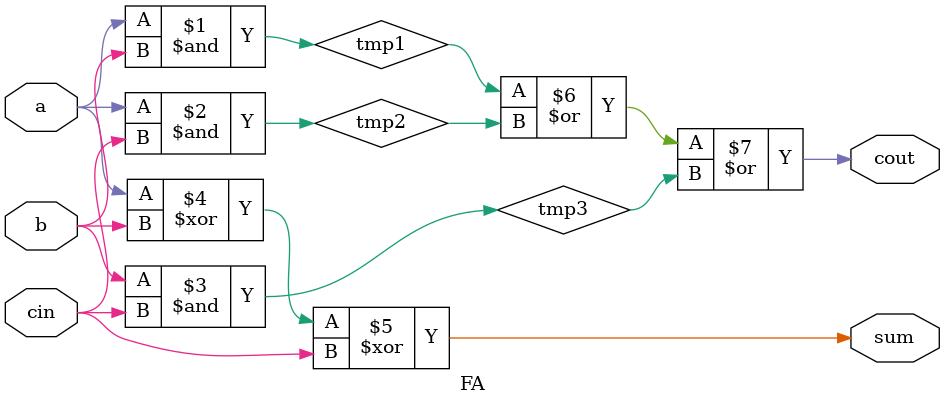
<source format=v>
`timescale 1ns/1ns
module FA(a, b, cin, cout, sum);

input a, b, cin;
output cout, sum;

wire tmp1, tmp2, tmp3;

and ( tmp1, a, b );
and ( tmp2, a, cin );
and ( tmp3, b, cin );

xor ( sum, a, b, cin );
or ( cout, tmp1, tmp2, tmp3 );

endmodule

</source>
